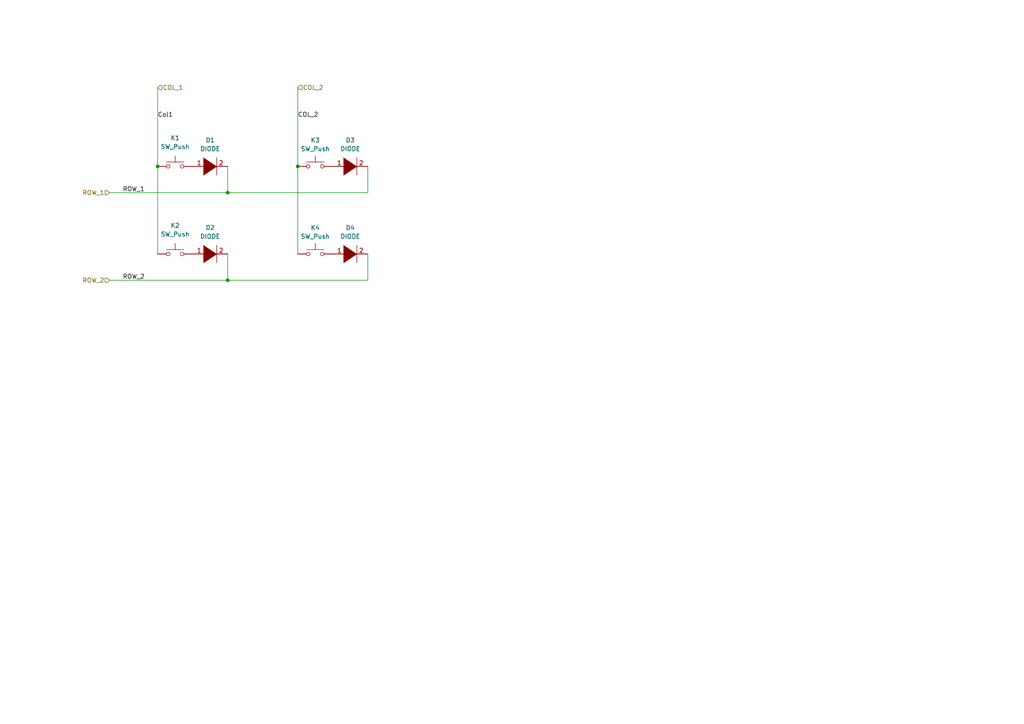
<source format=kicad_sch>
(kicad_sch (version 20231120) (generator "eeschema") (generator_version "8.0")
  (paper "A4")
  (lib_symbols
    (symbol "Switch:SW_Push" (pin_numbers hide) (pin_names (offset 1.016) hide)
      (property "Reference" "SW" (at 1.27 2.54 0))
      (property "Value" "SW_Push" (at 0 -1.524 0))
      (symbol "SW_Push_0_1"
        (circle (center -2.032 0) (radius 0.508))
        (polyline (pts (xy 0 1.27) (xy 0 3.048)))
        (polyline (pts (xy 2.54 1.27) (xy -2.54 1.27)))
        (circle (center 2.032 0) (radius 0.508))
        (pin passive line (at -5.08 0 0) (length 2.54) (name "1") (number "1"))
        (pin passive line (at 5.08 0 180) (length 2.54) (name "2") (number "2"))
      )
    )
    (symbol "pspice:DIODE" (pin_names (offset 1.016) hide)
      (property "Reference" "D" (at 0 3.81 0))
      (property "Value" "DIODE" (at 0 -4.445 0))
      (symbol "DIODE_0_1"
        (polyline (pts (xy 1.905 2.54) (xy 1.905 -2.54)))
        (polyline (pts (xy -1.905 2.54) (xy -1.905 -2.54) (xy 1.905 0)) (fill (type outline)))
      )
      (symbol "DIODE_1_1"
        (pin input line (at -5.08 0 0) (length 3.81) (name "K") (number "1"))
        (pin input line (at 5.08 0 180) (length 3.81) (name "A") (number "2"))
      )
    )
  )
  (junction (at 86.36 48.26))
  (junction (at 45.72 48.26))
  (junction (at 66.04 81.28))
  (junction (at 66.04 55.88))
  (wire (pts (xy 66.04 55.88) (xy 106.68 55.88)))
  (wire (pts (xy 66.04 55.88) (xy 66.04 48.26)))
  (wire (pts (xy 86.36 48.26) (xy 86.36 73.66)))
  (wire (pts (xy 86.36 25.4) (xy 86.36 48.26)))
  (wire (pts (xy 66.04 73.66) (xy 66.04 81.28)))
  (wire (pts (xy 45.72 25.4) (xy 45.72 48.26)))
  (wire (pts (xy 106.68 73.66) (xy 106.68 81.28)))
  (wire (pts (xy 66.04 81.28) (xy 106.68 81.28)))
  (wire (pts (xy 45.72 48.26) (xy 45.72 73.66)))
  (wire (pts (xy 66.04 81.28) (xy 31.75 81.28)))
  (wire (pts (xy 106.68 48.26) (xy 106.68 55.88)))
  (wire (pts (xy 31.75 55.88) (xy 66.04 55.88)))
  (label "COL_2" (at 86.36 34.29 0))
  (label "ROW_2" (at 35.56 81.28 0))
  (label "Col1" (at 45.72 34.29 0))
  (label "ROW_1" (at 35.56 55.88 0))
  (hierarchical_label "ROW_2" (shape input) (at 31.75 81.28 180))
  (hierarchical_label "COL_1" (shape input) (at 45.72 25.4 0))
  (hierarchical_label "COL_2" (shape input) (at 86.36 25.4 0))
  (hierarchical_label "ROW_1" (shape input) (at 31.75 55.88 180))
  (symbol (lib_id "Switch:SW_Push") (at 50.8 48.26 0) (unit 1)
    (property "Reference" "K1" (at 50.8 40.005 0))
    (property "Value" "SW_Push" (at 50.8 42.545 0))
    (property "Footprint" "keyswitches:Kailh_socket_MX_optional_reversible" (effects (hide yes)))
  )
  (symbol (lib_id "Switch:SW_Push") (at 91.44 48.26 0) (unit 1)
    (property "Reference" "K3" (at 91.44 40.64 0))
    (property "Value" "SW_Push" (at 91.44 43.18 0))
    (property "Footprint" "keyswitches:Kailh_socket_MX_optional_reversible" (effects (hide yes)))
    (instances (project "cheapino" (path "" (reference "K3") (unit 1))) (project "cheapino" (path "" (reference "K4") (unit 1))))
  )
  (symbol (lib_id "pspice:DIODE") (at 101.6 73.66 0) (unit 1)
    (property "Reference" "D4" (at 101.6 66.04 0))
    (property "Value" "DIODE" (at 101.6 68.58 0))
    (property "Footprint" "keebio:Diode-dual" (effects (hide yes)))
    (instances (project "cheapino" (path "" (reference "D4") (unit 1))) (project "cheapino" (path "" (reference "D5") (unit 1))))
  )
  (symbol (lib_id "Switch:SW_Push") (at 91.44 73.66 0) (unit 1)
    (property "Reference" "K4" (at 91.44 66.04 0))
    (property "Value" "SW_Push" (at 91.44 68.58 0))
    (property "Footprint" "keyswitches:Kailh_socket_MX_optional_reversible" (effects (hide yes)))
    (instances (project "cheapino" (path "" (reference "K4") (unit 1))) (project "cheapino" (path "" (reference "K5") (unit 1))))
  )
  (symbol (lib_id "pspice:DIODE") (at 101.6 48.26 0) (unit 1)
    (property "Reference" "D3" (at 101.6 40.64 0))
    (property "Value" "DIODE" (at 101.6 43.18 0))
    (property "Footprint" "keebio:Diode-dual" (effects (hide yes)))
    (instances (project "cheapino" (path "" (reference "D3") (unit 1))) (project "cheapino" (path "" (reference "D4") (unit 1))))
  )
  (symbol (lib_id "pspice:DIODE") (at 60.96 48.26 0) (unit 1)
    (property "Reference" "D1" (at 60.96 40.64 0))
    (property "Value" "DIODE" (at 60.96 43.18 0))
    (property "Footprint" "keebio:Diode-dual" (effects (hide yes)))
  )
  (symbol (lib_id "Switch:SW_Push") (at 50.8 73.66 0) (unit 1)
    (property "Reference" "K2" (at 50.8 65.405 0))
    (property "Value" "SW_Push" (at 50.8 67.945 0))
    (property "Footprint" "keyswitches:Kailh_socket_MX_optional_reversible" (effects (hide yes)))
  )
  (symbol (lib_id "pspice:DIODE") (at 60.96 73.66 0) (unit 1)
    (property "Reference" "D2" (at 60.96 66.04 0))
    (property "Value" "DIODE" (at 60.96 68.58 0))
    (property "Footprint" "keebio:Diode-dual" (effects (hide yes)))
  )
)
</source>
